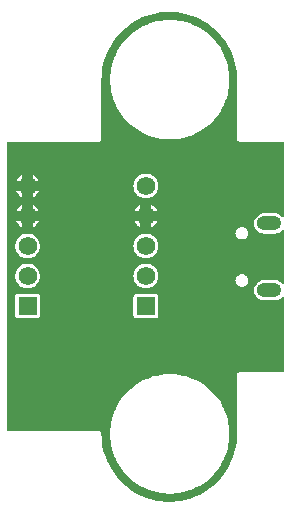
<source format=gbl>
G04 Layer: BottomLayer*
G04 EasyEDA v6.5.20, 2023-08-22 18:50:07*
G04 a67cddfb3fce44daa9051d46cbbcc19f,10*
G04 Gerber Generator version 0.2*
G04 Scale: 100 percent, Rotated: No, Reflected: No *
G04 Dimensions in millimeters *
G04 leading zeros omitted , absolute positions ,4 integer and 5 decimal *
%FSLAX45Y45*%
%MOMM*%

%ADD10C,1.5748*%
%ADD11R,1.5748X1.5748*%
%ADD12O,2.0999958X1.1999976*%
%ADD13C,0.6096*%
%ADD14C,0.6100*%
%ADD15C,0.0185*%

%LPD*%
G36*
X-304Y-2074062D02*
G01*
X-33680Y-2073097D01*
X-66954Y-2070150D01*
X-99974Y-2065274D01*
X-132689Y-2058517D01*
X-164947Y-2049881D01*
X-196646Y-2039366D01*
X-227634Y-2027021D01*
X-257911Y-2012848D01*
X-287274Y-1996998D01*
X-315722Y-1979472D01*
X-343052Y-1960270D01*
X-369214Y-1939543D01*
X-394157Y-1917344D01*
X-417779Y-1893722D01*
X-439978Y-1868779D01*
X-460654Y-1842566D01*
X-479806Y-1815185D01*
X-497332Y-1786788D01*
X-513130Y-1757375D01*
X-527253Y-1727098D01*
X-539546Y-1696059D01*
X-550062Y-1664360D01*
X-558647Y-1632102D01*
X-565404Y-1599387D01*
X-570230Y-1566367D01*
X-573125Y-1533093D01*
X-574090Y-1499870D01*
X-575056Y-1493418D01*
X-577342Y-1487881D01*
X-580390Y-1483563D01*
X-583742Y-1480108D01*
X-588518Y-1476806D01*
X-594106Y-1474673D01*
X-600252Y-1473962D01*
X-1363980Y-1473962D01*
X-1367891Y-1473200D01*
X-1371142Y-1470964D01*
X-1373378Y-1467713D01*
X-1374140Y-1463802D01*
X-1374140Y963930D01*
X-1373378Y967790D01*
X-1371142Y971092D01*
X-1367840Y973328D01*
X-1363980Y974090D01*
X-600557Y973836D01*
X-594055Y974598D01*
X-588518Y976731D01*
X-583387Y980236D01*
X-580339Y983284D01*
X-577697Y986891D01*
X-575208Y992428D01*
X-574040Y999896D01*
X-574090Y1500428D01*
X-573074Y1533652D01*
X-570179Y1566926D01*
X-565302Y1599996D01*
X-558546Y1632661D01*
X-549859Y1664919D01*
X-539343Y1696618D01*
X-526999Y1727657D01*
X-512876Y1757883D01*
X-497027Y1787296D01*
X-479450Y1815693D01*
X-460298Y1843024D01*
X-439572Y1869236D01*
X-417372Y1894179D01*
X-393750Y1917750D01*
X-368757Y1939950D01*
X-342595Y1960625D01*
X-315214Y1979777D01*
X-286766Y1997303D01*
X-257403Y2013153D01*
X-227126Y2027224D01*
X-196088Y2039569D01*
X-164338Y2050034D01*
X-132080Y2058670D01*
X-99415Y2065375D01*
X-66344Y2070201D01*
X-33070Y2073097D01*
X304Y2074062D01*
X33680Y2073097D01*
X66954Y2070150D01*
X99974Y2065274D01*
X132689Y2058517D01*
X164947Y2049881D01*
X196646Y2039366D01*
X227634Y2027021D01*
X257911Y2012848D01*
X287274Y1996998D01*
X315722Y1979472D01*
X343052Y1960321D01*
X369214Y1939594D01*
X394157Y1917344D01*
X417779Y1893722D01*
X439978Y1868779D01*
X460654Y1842566D01*
X479806Y1815185D01*
X497332Y1786788D01*
X513130Y1757375D01*
X527253Y1727098D01*
X539546Y1696059D01*
X550062Y1664360D01*
X558647Y1632102D01*
X565404Y1599387D01*
X570230Y1566367D01*
X573125Y1533093D01*
X574090Y1499514D01*
X574090Y1000506D01*
X574903Y994003D01*
X576986Y988466D01*
X580542Y983335D01*
X583590Y980287D01*
X587146Y977646D01*
X592683Y975156D01*
X600151Y973937D01*
X963930Y974090D01*
X967790Y973328D01*
X971092Y971092D01*
X973328Y967790D01*
X974090Y963930D01*
X974090Y347827D01*
X973328Y343916D01*
X971092Y340664D01*
X967841Y338429D01*
X963930Y337667D01*
X960018Y338429D01*
X956767Y340664D01*
X949960Y347421D01*
X940155Y354736D01*
X929436Y360629D01*
X917956Y364896D01*
X905967Y367487D01*
X893368Y368401D01*
X804113Y368401D01*
X791514Y367487D01*
X779526Y364896D01*
X768045Y360629D01*
X757326Y354736D01*
X747522Y347421D01*
X738835Y338734D01*
X731469Y328930D01*
X725627Y318160D01*
X721360Y306679D01*
X718718Y294741D01*
X717854Y282498D01*
X718718Y270256D01*
X721360Y258317D01*
X725627Y246837D01*
X731469Y236067D01*
X738835Y226263D01*
X747522Y217576D01*
X757326Y210261D01*
X768045Y204368D01*
X779526Y200101D01*
X791514Y197510D01*
X804113Y196596D01*
X893368Y196596D01*
X905967Y197510D01*
X917956Y200101D01*
X929436Y204368D01*
X940155Y210261D01*
X949960Y217576D01*
X956767Y224383D01*
X960018Y226567D01*
X963930Y227329D01*
X967841Y226567D01*
X971092Y224383D01*
X973328Y221081D01*
X974090Y217170D01*
X974090Y-217170D01*
X973328Y-221081D01*
X971092Y-224383D01*
X967841Y-226567D01*
X963930Y-227329D01*
X960018Y-226567D01*
X956767Y-224383D01*
X949960Y-217576D01*
X940155Y-210261D01*
X929436Y-204368D01*
X917956Y-200101D01*
X905967Y-197510D01*
X893368Y-196596D01*
X804113Y-196596D01*
X791514Y-197510D01*
X779526Y-200101D01*
X768045Y-204368D01*
X757326Y-210261D01*
X747522Y-217576D01*
X738835Y-226263D01*
X731469Y-236067D01*
X725627Y-246837D01*
X721360Y-258317D01*
X718718Y-270256D01*
X717854Y-282498D01*
X718718Y-294741D01*
X721360Y-306679D01*
X725627Y-318160D01*
X731469Y-328930D01*
X738835Y-338734D01*
X747522Y-347421D01*
X757326Y-354736D01*
X768045Y-360629D01*
X779526Y-364896D01*
X791514Y-367487D01*
X804113Y-368401D01*
X893368Y-368401D01*
X905967Y-367487D01*
X917956Y-364896D01*
X929436Y-360629D01*
X940155Y-354736D01*
X949960Y-347421D01*
X956767Y-340664D01*
X960018Y-338429D01*
X963930Y-337667D01*
X967841Y-338429D01*
X971092Y-340664D01*
X973328Y-343916D01*
X974090Y-347827D01*
X974090Y-963930D01*
X973328Y-967841D01*
X971092Y-971143D01*
X967841Y-973328D01*
X963930Y-974090D01*
X600608Y-974242D01*
X594106Y-975004D01*
X588568Y-977137D01*
X583438Y-980643D01*
X580390Y-983691D01*
X577748Y-987298D01*
X575259Y-992835D01*
X574090Y-1000302D01*
X574090Y-1499463D01*
X573074Y-1533652D01*
X570179Y-1566926D01*
X565302Y-1599996D01*
X558546Y-1632661D01*
X549859Y-1664919D01*
X539343Y-1696618D01*
X526999Y-1727657D01*
X512876Y-1757883D01*
X497027Y-1787296D01*
X479450Y-1815693D01*
X460298Y-1843024D01*
X439572Y-1869236D01*
X417372Y-1894179D01*
X393750Y-1917750D01*
X368757Y-1939950D01*
X342595Y-1960625D01*
X315214Y-1979777D01*
X286766Y-1997303D01*
X257403Y-2013153D01*
X227126Y-2027224D01*
X196088Y-2039569D01*
X164338Y-2050034D01*
X132080Y-2058670D01*
X99415Y-2065375D01*
X66344Y-2070201D01*
X33070Y-2073097D01*
G37*

%LPC*%
G36*
X-10566Y994105D02*
G01*
X20574Y994105D01*
X51663Y996035D01*
X82550Y999845D01*
X113182Y1005586D01*
X143408Y1013206D01*
X173075Y1022654D01*
X202082Y1033932D01*
X230378Y1046937D01*
X257810Y1061720D01*
X284276Y1078128D01*
X309676Y1096162D01*
X333959Y1115720D01*
X356920Y1136700D01*
X378612Y1159103D01*
X398830Y1182776D01*
X417576Y1207668D01*
X434746Y1233627D01*
X450291Y1260652D01*
X464108Y1288542D01*
X476199Y1317244D01*
X486511Y1346657D01*
X494995Y1376629D01*
X501599Y1407058D01*
X506272Y1437843D01*
X509117Y1468882D01*
X509981Y1499971D01*
X509117Y1531112D01*
X506272Y1562150D01*
X501599Y1592935D01*
X494995Y1623364D01*
X486511Y1653336D01*
X476199Y1682750D01*
X464108Y1711452D01*
X450291Y1739341D01*
X434746Y1766366D01*
X417576Y1792325D01*
X398830Y1817217D01*
X378612Y1840890D01*
X356920Y1863293D01*
X333959Y1884273D01*
X309676Y1903831D01*
X284276Y1921865D01*
X257810Y1938274D01*
X230378Y1953056D01*
X202082Y1966061D01*
X173075Y1977339D01*
X143408Y1986788D01*
X113182Y1994407D01*
X82550Y2000148D01*
X51663Y2003958D01*
X20574Y2005888D01*
X-10566Y2005888D01*
X-41656Y2003958D01*
X-72593Y2000148D01*
X-103174Y1994407D01*
X-133400Y1986788D01*
X-163068Y1977339D01*
X-192125Y1966061D01*
X-220370Y1953056D01*
X-247802Y1938274D01*
X-274269Y1921865D01*
X-299720Y1903831D01*
X-323951Y1884273D01*
X-346964Y1863293D01*
X-368604Y1840890D01*
X-388823Y1817217D01*
X-407568Y1792325D01*
X-424738Y1766366D01*
X-440283Y1739341D01*
X-454101Y1711452D01*
X-466191Y1682750D01*
X-476504Y1653336D01*
X-484987Y1623364D01*
X-491591Y1592935D01*
X-496316Y1562150D01*
X-499109Y1531112D01*
X-499973Y1500022D01*
X-499109Y1468882D01*
X-496316Y1437843D01*
X-491591Y1407058D01*
X-484987Y1376629D01*
X-476504Y1346657D01*
X-466191Y1317244D01*
X-454101Y1288542D01*
X-440283Y1260652D01*
X-424738Y1233627D01*
X-407568Y1207668D01*
X-388823Y1182776D01*
X-368604Y1159103D01*
X-346964Y1136700D01*
X-323951Y1115720D01*
X-299720Y1096162D01*
X-274269Y1078128D01*
X-247802Y1061720D01*
X-220370Y1046937D01*
X-192125Y1033932D01*
X-163068Y1022654D01*
X-133400Y1013206D01*
X-103174Y1005586D01*
X-72593Y999845D01*
X-41656Y996035D01*
G37*
G36*
X-1278178Y-520649D02*
G01*
X-1121816Y-520649D01*
X-1115517Y-519938D01*
X-1110030Y-518007D01*
X-1105154Y-514959D01*
X-1101039Y-510844D01*
X-1097991Y-505968D01*
X-1096060Y-500481D01*
X-1095349Y-494182D01*
X-1095349Y-337820D01*
X-1096060Y-331520D01*
X-1097991Y-326034D01*
X-1101039Y-321157D01*
X-1105154Y-317042D01*
X-1110030Y-313994D01*
X-1115517Y-312064D01*
X-1121816Y-311353D01*
X-1278178Y-311353D01*
X-1284478Y-312064D01*
X-1289964Y-313994D01*
X-1294841Y-317042D01*
X-1298956Y-321157D01*
X-1302004Y-326034D01*
X-1303934Y-331520D01*
X-1304645Y-337820D01*
X-1304645Y-494182D01*
X-1303934Y-500481D01*
X-1302004Y-505968D01*
X-1298956Y-510844D01*
X-1294841Y-514959D01*
X-1289964Y-518007D01*
X-1284478Y-519938D01*
G37*
G36*
X-276352Y-520649D02*
G01*
X-120040Y-520649D01*
X-113690Y-519938D01*
X-108254Y-518007D01*
X-103327Y-514959D01*
X-99263Y-510844D01*
X-96164Y-505968D01*
X-94284Y-500481D01*
X-93573Y-494182D01*
X-93573Y-337820D01*
X-94284Y-331520D01*
X-96164Y-326034D01*
X-99263Y-321157D01*
X-103327Y-317042D01*
X-108254Y-313944D01*
X-113690Y-312064D01*
X-120040Y-311353D01*
X-276352Y-311353D01*
X-282702Y-312064D01*
X-288137Y-313944D01*
X-293065Y-317042D01*
X-297129Y-321157D01*
X-300228Y-326034D01*
X-302158Y-331520D01*
X-302869Y-337820D01*
X-302869Y-494182D01*
X-302158Y-500481D01*
X-300228Y-505968D01*
X-297129Y-510844D01*
X-293065Y-514959D01*
X-288137Y-518007D01*
X-282702Y-519938D01*
G37*
G36*
X-1293876Y645718D02*
G01*
X-1245717Y645718D01*
X-1245717Y693877D01*
X-1252321Y690626D01*
X-1263700Y683006D01*
X-1273962Y673963D01*
X-1283004Y663702D01*
X-1290624Y652322D01*
G37*
G36*
X-1199997Y-266649D02*
G01*
X-1186332Y-265734D01*
X-1172921Y-263042D01*
X-1159967Y-258673D01*
X-1147673Y-252628D01*
X-1136294Y-245008D01*
X-1126032Y-235966D01*
X-1116990Y-225704D01*
X-1109370Y-214325D01*
X-1103325Y-202031D01*
X-1098956Y-189077D01*
X-1096264Y-175666D01*
X-1095349Y-162001D01*
X-1096264Y-148336D01*
X-1098956Y-134924D01*
X-1103325Y-121970D01*
X-1109370Y-109677D01*
X-1116990Y-98298D01*
X-1126032Y-88036D01*
X-1136294Y-78994D01*
X-1147673Y-71374D01*
X-1159967Y-65328D01*
X-1172921Y-60960D01*
X-1186332Y-58267D01*
X-1199997Y-57353D01*
X-1213662Y-58267D01*
X-1227074Y-60960D01*
X-1240028Y-65328D01*
X-1252321Y-71374D01*
X-1263700Y-78994D01*
X-1273962Y-88036D01*
X-1283004Y-98298D01*
X-1290624Y-109677D01*
X-1296670Y-121970D01*
X-1301038Y-134924D01*
X-1303731Y-148336D01*
X-1304645Y-162001D01*
X-1303731Y-175666D01*
X-1301038Y-189077D01*
X-1296670Y-202031D01*
X-1290624Y-214325D01*
X-1283004Y-225704D01*
X-1273962Y-235966D01*
X-1263700Y-245008D01*
X-1252321Y-252628D01*
X-1240028Y-258673D01*
X-1227074Y-263042D01*
X-1213662Y-265734D01*
G37*
G36*
X-198221Y-266598D02*
G01*
X-184556Y-265734D01*
X-171094Y-263042D01*
X-158140Y-258673D01*
X-145897Y-252577D01*
X-134518Y-245008D01*
X-124206Y-235966D01*
X-115214Y-225704D01*
X-107594Y-214325D01*
X-101549Y-202031D01*
X-97129Y-189077D01*
X-94488Y-175666D01*
X-93573Y-162001D01*
X-94488Y-148336D01*
X-97129Y-134924D01*
X-101549Y-121970D01*
X-107594Y-109677D01*
X-115214Y-98298D01*
X-124206Y-87985D01*
X-134518Y-78994D01*
X-145897Y-71374D01*
X-158140Y-65328D01*
X-171094Y-60909D01*
X-184556Y-58267D01*
X-198221Y-57353D01*
X-211836Y-58267D01*
X-225298Y-60909D01*
X-238252Y-65328D01*
X-250494Y-71374D01*
X-261874Y-78994D01*
X-272186Y-87985D01*
X-281228Y-98298D01*
X-288798Y-109677D01*
X-294843Y-121970D01*
X-299262Y-134924D01*
X-301904Y-148336D01*
X-302818Y-162001D01*
X-301904Y-175666D01*
X-299262Y-189077D01*
X-294843Y-202031D01*
X-288798Y-214325D01*
X-281228Y-225704D01*
X-272186Y-235966D01*
X-261874Y-245008D01*
X-250494Y-252577D01*
X-238252Y-258673D01*
X-225298Y-263042D01*
X-211836Y-265734D01*
G37*
G36*
X613765Y-253390D02*
G01*
X623011Y-252577D01*
X632002Y-250139D01*
X640435Y-246227D01*
X648055Y-240893D01*
X654608Y-234289D01*
X659942Y-226669D01*
X663905Y-218236D01*
X666292Y-209245D01*
X667105Y-199999D01*
X666292Y-190754D01*
X663905Y-181762D01*
X659942Y-173329D01*
X654608Y-165709D01*
X648055Y-159105D01*
X640435Y-153771D01*
X632002Y-149860D01*
X623011Y-147421D01*
X613765Y-146608D01*
X604469Y-147421D01*
X595477Y-149860D01*
X587044Y-153771D01*
X579424Y-159105D01*
X572871Y-165709D01*
X567537Y-173329D01*
X563575Y-181762D01*
X561187Y-190754D01*
X560374Y-199999D01*
X561187Y-209245D01*
X563575Y-218236D01*
X567537Y-226669D01*
X572871Y-234289D01*
X579424Y-240893D01*
X587044Y-246227D01*
X595477Y-250139D01*
X604469Y-252577D01*
G37*
G36*
X-1154277Y645718D02*
G01*
X-1106119Y645718D01*
X-1109370Y652322D01*
X-1116990Y663702D01*
X-1126032Y673963D01*
X-1136294Y683006D01*
X-1147673Y690626D01*
X-1154277Y693877D01*
G37*
G36*
X-1199997Y-12649D02*
G01*
X-1186332Y-11734D01*
X-1172921Y-9042D01*
X-1159967Y-4673D01*
X-1147673Y1371D01*
X-1136294Y8991D01*
X-1126032Y18034D01*
X-1116990Y28295D01*
X-1109370Y39674D01*
X-1103325Y51968D01*
X-1098956Y64922D01*
X-1096264Y78333D01*
X-1095349Y91998D01*
X-1096264Y105664D01*
X-1098956Y119075D01*
X-1103325Y132029D01*
X-1109370Y144322D01*
X-1116990Y155702D01*
X-1126032Y165963D01*
X-1136294Y175006D01*
X-1147673Y182626D01*
X-1159967Y188671D01*
X-1172921Y193040D01*
X-1186332Y195732D01*
X-1199997Y196646D01*
X-1213662Y195732D01*
X-1227074Y193040D01*
X-1240028Y188671D01*
X-1252321Y182626D01*
X-1263700Y175006D01*
X-1273962Y165963D01*
X-1283004Y155702D01*
X-1290624Y144322D01*
X-1296670Y132029D01*
X-1301038Y119075D01*
X-1303731Y105664D01*
X-1304645Y91998D01*
X-1303731Y78333D01*
X-1301038Y64922D01*
X-1296670Y51968D01*
X-1290624Y39674D01*
X-1283004Y28295D01*
X-1273962Y18034D01*
X-1263700Y8991D01*
X-1252321Y1371D01*
X-1240028Y-4673D01*
X-1227074Y-9042D01*
X-1213662Y-11734D01*
G37*
G36*
X-198221Y-12598D02*
G01*
X-184556Y-11734D01*
X-171094Y-9042D01*
X-158140Y-4673D01*
X-145897Y1422D01*
X-134518Y8991D01*
X-124206Y18034D01*
X-115214Y28295D01*
X-107594Y39674D01*
X-101549Y51968D01*
X-97129Y64922D01*
X-94488Y78333D01*
X-93573Y91998D01*
X-94488Y105664D01*
X-97129Y119075D01*
X-101549Y132029D01*
X-107594Y144322D01*
X-115214Y155702D01*
X-124206Y166014D01*
X-134518Y175006D01*
X-145897Y182626D01*
X-158140Y188671D01*
X-171094Y193090D01*
X-184556Y195732D01*
X-198221Y196646D01*
X-211836Y195732D01*
X-225298Y193090D01*
X-238252Y188671D01*
X-250494Y182626D01*
X-261874Y175006D01*
X-272186Y166014D01*
X-281228Y155702D01*
X-288798Y144322D01*
X-294843Y132029D01*
X-299262Y119075D01*
X-301904Y105664D01*
X-302818Y91998D01*
X-301904Y78333D01*
X-299262Y64922D01*
X-294843Y51968D01*
X-288798Y39674D01*
X-281228Y28295D01*
X-272186Y18034D01*
X-261874Y8991D01*
X-250494Y1422D01*
X-238252Y-4673D01*
X-225298Y-9042D01*
X-211836Y-11734D01*
G37*
G36*
X613765Y146608D02*
G01*
X623011Y147421D01*
X632002Y149860D01*
X640435Y153771D01*
X648055Y159105D01*
X654608Y165709D01*
X659942Y173329D01*
X663905Y181762D01*
X666292Y190754D01*
X667105Y199999D01*
X666292Y209245D01*
X663905Y218236D01*
X659942Y226669D01*
X654608Y234289D01*
X648055Y240893D01*
X640435Y246227D01*
X632002Y250139D01*
X623011Y252577D01*
X613765Y253390D01*
X604469Y252577D01*
X595477Y250139D01*
X587044Y246227D01*
X579424Y240893D01*
X572871Y234289D01*
X567537Y226669D01*
X563575Y218236D01*
X561187Y209245D01*
X560374Y199999D01*
X561187Y190754D01*
X563575Y181762D01*
X567537Y173329D01*
X572871Y165709D01*
X579424Y159105D01*
X587044Y153771D01*
X595477Y149860D01*
X604469Y147421D01*
G37*
G36*
X-1154277Y506120D02*
G01*
X-1147673Y509371D01*
X-1136294Y516991D01*
X-1126032Y526034D01*
X-1116990Y536295D01*
X-1109370Y547674D01*
X-1106119Y554278D01*
X-1154277Y554278D01*
G37*
G36*
X-1245717Y252120D02*
G01*
X-1245717Y300278D01*
X-1293876Y300278D01*
X-1290624Y293674D01*
X-1283004Y282295D01*
X-1273962Y272034D01*
X-1263700Y262991D01*
X-1252321Y255371D01*
G37*
G36*
X-1154277Y252120D02*
G01*
X-1147673Y255371D01*
X-1136294Y262991D01*
X-1126032Y272034D01*
X-1116990Y282295D01*
X-1109370Y293674D01*
X-1106119Y300278D01*
X-1154277Y300278D01*
G37*
G36*
X-10566Y-2005888D02*
G01*
X20574Y-2005888D01*
X51663Y-2003958D01*
X82550Y-2000148D01*
X113182Y-1994407D01*
X143408Y-1986788D01*
X173075Y-1977339D01*
X202082Y-1966061D01*
X230378Y-1953056D01*
X257810Y-1938274D01*
X284276Y-1921865D01*
X309676Y-1903831D01*
X333959Y-1884273D01*
X356920Y-1863293D01*
X378612Y-1840890D01*
X398830Y-1817217D01*
X417576Y-1792325D01*
X434746Y-1766366D01*
X450291Y-1739341D01*
X464108Y-1711452D01*
X476199Y-1682750D01*
X486511Y-1653336D01*
X494995Y-1623364D01*
X501599Y-1592935D01*
X506272Y-1562150D01*
X509117Y-1531112D01*
X509981Y-1500022D01*
X509117Y-1468882D01*
X506272Y-1437843D01*
X501599Y-1407058D01*
X494995Y-1376629D01*
X486511Y-1346657D01*
X476199Y-1317244D01*
X464108Y-1288542D01*
X450291Y-1260652D01*
X434746Y-1233627D01*
X417576Y-1207668D01*
X398830Y-1182776D01*
X378612Y-1159103D01*
X356920Y-1136700D01*
X333959Y-1115720D01*
X309676Y-1096162D01*
X284276Y-1078128D01*
X257810Y-1061720D01*
X230378Y-1046937D01*
X202082Y-1033932D01*
X173075Y-1022654D01*
X143408Y-1013206D01*
X113182Y-1005586D01*
X82550Y-999845D01*
X51663Y-996035D01*
X20574Y-994105D01*
X-10566Y-994105D01*
X-41656Y-996035D01*
X-72593Y-999845D01*
X-103174Y-1005586D01*
X-133400Y-1013206D01*
X-163068Y-1022654D01*
X-192125Y-1033932D01*
X-220370Y-1046937D01*
X-247802Y-1061720D01*
X-274269Y-1078128D01*
X-299720Y-1096162D01*
X-323951Y-1115720D01*
X-346964Y-1136700D01*
X-368604Y-1159103D01*
X-388823Y-1182776D01*
X-407568Y-1207668D01*
X-424738Y-1233627D01*
X-440283Y-1260652D01*
X-454101Y-1288542D01*
X-466191Y-1317244D01*
X-476504Y-1346657D01*
X-484987Y-1376629D01*
X-491591Y-1407058D01*
X-496316Y-1437843D01*
X-499109Y-1468882D01*
X-499973Y-1499971D01*
X-499109Y-1531112D01*
X-496316Y-1562150D01*
X-491591Y-1592935D01*
X-484987Y-1623364D01*
X-476504Y-1653336D01*
X-466191Y-1682750D01*
X-454101Y-1711452D01*
X-440283Y-1739341D01*
X-424738Y-1766366D01*
X-407568Y-1792325D01*
X-388823Y-1817217D01*
X-368604Y-1840890D01*
X-346964Y-1863293D01*
X-323951Y-1884273D01*
X-299720Y-1903831D01*
X-274269Y-1921865D01*
X-247802Y-1938274D01*
X-220370Y-1953056D01*
X-192125Y-1966061D01*
X-163068Y-1977339D01*
X-133400Y-1986788D01*
X-103174Y-1994407D01*
X-72593Y-2000148D01*
X-41656Y-2003958D01*
G37*
G36*
X-152501Y252171D02*
G01*
X-145897Y255422D01*
X-134518Y262991D01*
X-124206Y272034D01*
X-115214Y282295D01*
X-107594Y293674D01*
X-104343Y300278D01*
X-152501Y300278D01*
G37*
G36*
X-1245717Y506120D02*
G01*
X-1245717Y554278D01*
X-1293876Y554278D01*
X-1290624Y547674D01*
X-1283004Y536295D01*
X-1273962Y526034D01*
X-1263700Y516991D01*
X-1252321Y509371D01*
G37*
G36*
X-292049Y391718D02*
G01*
X-243941Y391718D01*
X-243941Y439877D01*
X-250494Y436626D01*
X-261874Y429006D01*
X-272186Y420014D01*
X-281228Y409701D01*
X-288798Y398322D01*
G37*
G36*
X-1154277Y391718D02*
G01*
X-1106119Y391718D01*
X-1109370Y398322D01*
X-1116990Y409701D01*
X-1126032Y419963D01*
X-1136294Y429006D01*
X-1147673Y436626D01*
X-1154277Y439877D01*
G37*
G36*
X-152501Y391718D02*
G01*
X-104343Y391718D01*
X-107594Y398322D01*
X-115214Y409701D01*
X-124206Y420014D01*
X-134518Y429006D01*
X-145897Y436626D01*
X-152501Y439877D01*
G37*
G36*
X-1293876Y391718D02*
G01*
X-1245717Y391718D01*
X-1245717Y439877D01*
X-1252321Y436626D01*
X-1263700Y429006D01*
X-1273962Y419963D01*
X-1283004Y409701D01*
X-1290624Y398322D01*
G37*
G36*
X-198221Y495401D02*
G01*
X-184556Y496265D01*
X-171094Y498957D01*
X-158140Y503326D01*
X-145897Y509422D01*
X-134518Y516991D01*
X-124206Y526034D01*
X-115214Y536295D01*
X-107594Y547674D01*
X-101549Y559968D01*
X-97129Y572922D01*
X-94488Y586333D01*
X-93573Y599998D01*
X-94488Y613664D01*
X-97129Y627075D01*
X-101549Y640029D01*
X-107594Y652322D01*
X-115214Y663702D01*
X-124206Y674014D01*
X-134518Y683006D01*
X-145897Y690626D01*
X-158140Y696671D01*
X-171094Y701090D01*
X-184556Y703732D01*
X-198221Y704646D01*
X-211836Y703732D01*
X-225298Y701090D01*
X-238252Y696671D01*
X-250494Y690626D01*
X-261874Y683006D01*
X-272186Y674014D01*
X-281228Y663702D01*
X-288798Y652322D01*
X-294843Y640029D01*
X-299262Y627075D01*
X-301904Y613664D01*
X-302818Y599998D01*
X-301904Y586333D01*
X-299262Y572922D01*
X-294843Y559968D01*
X-288798Y547674D01*
X-281228Y536295D01*
X-272186Y526034D01*
X-261874Y516991D01*
X-250494Y509422D01*
X-238252Y503326D01*
X-225298Y498957D01*
X-211836Y496265D01*
G37*
G36*
X-243941Y252171D02*
G01*
X-243941Y300278D01*
X-292049Y300278D01*
X-288798Y293674D01*
X-281228Y282295D01*
X-272186Y272034D01*
X-261874Y262991D01*
X-250494Y255422D01*
G37*

%LPD*%
D10*
G01*
X-198196Y599998D03*
G01*
X-198196Y345998D03*
G01*
X-198196Y91998D03*
G01*
X-198196Y-162001D03*
D11*
G01*
X-198196Y-416001D03*
D10*
G01*
X-1199997Y599998D03*
G01*
X-1199997Y345998D03*
G01*
X-1199997Y91998D03*
G01*
X-1199997Y-162001D03*
D11*
G01*
X-1199997Y-416001D03*
D12*
G01*
X848740Y282498D03*
G01*
X848740Y-282524D03*
D13*
G01*
X-1124991Y-1350010D03*
D14*
G01*
X-1292834Y742746D03*
G01*
X-1042847Y742746D03*
G01*
X-1042847Y492760D03*
G01*
X-1042847Y242747D03*
G01*
X-792835Y742746D03*
G01*
X-792835Y492760D03*
G01*
X-792835Y242747D03*
G01*
X-792835Y-257251D03*
G01*
X-542848Y742746D03*
G01*
X-542848Y492760D03*
G01*
X-542848Y-7238D03*
G01*
X-542848Y-257251D03*
G01*
X-292836Y992759D03*
G01*
X-292836Y742746D03*
G01*
X-42849Y742746D03*
G01*
X-42849Y-257251D03*
G01*
X207162Y742746D03*
G01*
X207162Y-257251D03*
G01*
X457149Y992759D03*
G01*
X457149Y742746D03*
G01*
X457149Y492760D03*
G01*
X707161Y742746D03*
G01*
X707161Y-7238D03*
G01*
X-1122781Y-947470D03*
G01*
X-622782Y-947470D03*
G01*
X-372795Y-697458D03*
G01*
X-372795Y-947470D03*
G01*
X-122783Y-947470D03*
G01*
X127203Y-947470D03*
G01*
X377215Y-697458D03*
G01*
X377215Y-947470D03*
G01*
X627202Y-697458D03*
G01*
X877214Y-447471D03*
G01*
X877214Y-697458D03*
M02*

</source>
